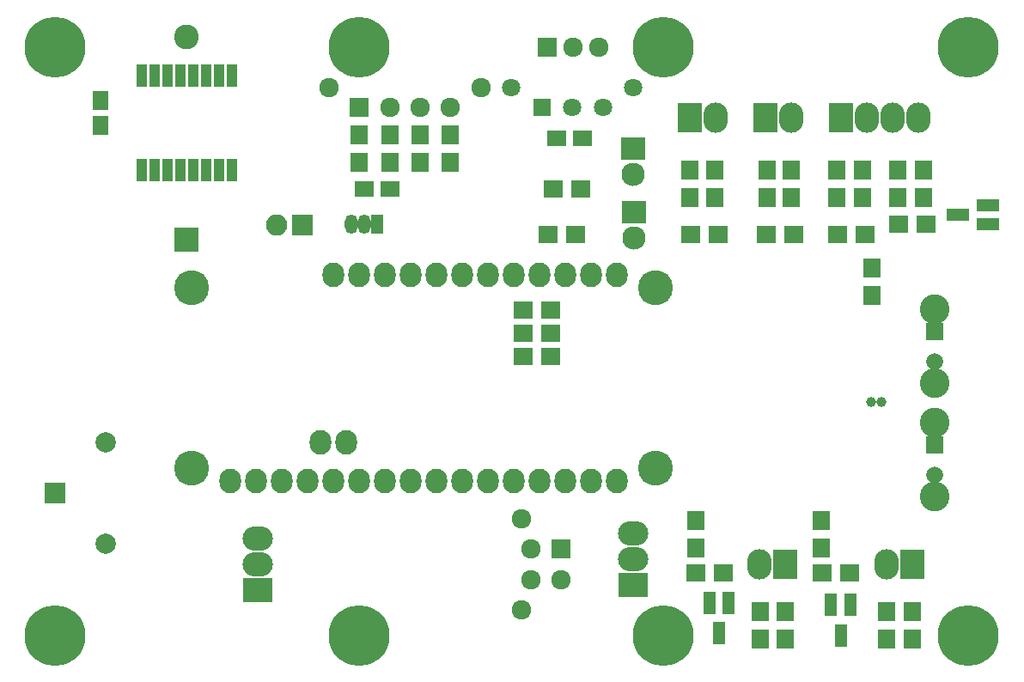
<source format=gbs>
G04 #@! TF.GenerationSoftware,KiCad,Pcbnew,no-vcs-found-01f5a12~58~ubuntu16.04.1*
G04 #@! TF.CreationDate,2017-04-25T17:38:21-04:00*
G04 #@! TF.ProjectId,noeud_senseur,6E6F6575645F73656E736575722E6B69,rev?*
G04 #@! TF.FileFunction,Soldermask,Bot*
G04 #@! TF.FilePolarity,Negative*
%FSLAX46Y46*%
G04 Gerber Fmt 4.6, Leading zero omitted, Abs format (unit mm)*
G04 Created by KiCad (PCBNEW no-vcs-found-01f5a12~58~ubuntu16.04.1) date Tue Apr 25 17:38:21 2017*
%MOMM*%
%LPD*%
G01*
G04 APERTURE LIST*
%ADD10C,0.100000*%
%ADD11C,6.000000*%
%ADD12R,1.200000X2.300000*%
%ADD13C,1.924000*%
%ADD14R,1.924000X1.924000*%
%ADD15C,1.797000*%
%ADD16R,1.797000X1.797000*%
%ADD17C,2.940000*%
%ADD18R,1.670000X1.670000*%
%ADD19C,1.670000*%
%ADD20R,2.000000X2.000000*%
%ADD21C,2.000000*%
%ADD22R,1.700000X1.900000*%
%ADD23R,1.900000X1.700000*%
%ADD24R,1.650000X1.900000*%
%ADD25R,2.400000X2.300000*%
%ADD26C,2.300000*%
%ADD27C,1.000000*%
%ADD28R,1.300000X1.900000*%
%ADD29O,1.300000X1.900000*%
%ADD30R,2.100000X2.100000*%
%ADD31O,2.100000X2.100000*%
%ADD32O,2.127200X2.432000*%
%ADD33C,3.448000*%
%ADD34C,2.432000*%
%ADD35R,2.432000X2.432000*%
%ADD36O,2.400000X3.000000*%
%ADD37R,2.400000X3.000000*%
%ADD38R,1.920000X1.920000*%
%ADD39C,1.920000*%
%ADD40R,3.000000X2.400000*%
%ADD41O,3.000000X2.400000*%
%ADD42R,2.300000X1.200000*%
%ADD43R,1.900000X1.650000*%
%ADD44R,1.000000X2.200000*%
G04 APERTURE END LIST*
D10*
D11*
X185000000Y-76000000D03*
X155000000Y-76000000D03*
X125000000Y-76000000D03*
X95000000Y-76000000D03*
X185000000Y-134000000D03*
X155000000Y-134000000D03*
X125000000Y-134000000D03*
X95000000Y-134000000D03*
D12*
X159497000Y-130805000D03*
X161397000Y-130805000D03*
X160447000Y-133805000D03*
D13*
X136991600Y-80044200D03*
X122005600Y-80044200D03*
X133994400Y-82000000D03*
X130997200Y-82000000D03*
X128000000Y-82000000D03*
D14*
X125002800Y-82000000D03*
D15*
X140005600Y-80044200D03*
X151994400Y-80044200D03*
X148997200Y-82000000D03*
X146000000Y-82000000D03*
D16*
X143002800Y-82000000D03*
D17*
X181681399Y-109152900D03*
X181681399Y-101863101D03*
D18*
X181681399Y-104022101D03*
D19*
X181681399Y-107019301D03*
D17*
X181681399Y-120328900D03*
X181681399Y-113039101D03*
D18*
X181681399Y-115198101D03*
D19*
X181681399Y-118195301D03*
D13*
X141904999Y-128498600D03*
X141904999Y-125501400D03*
D14*
X144902199Y-125501400D03*
D13*
X144902199Y-128498600D03*
X140965199Y-122504200D03*
X140965199Y-131495800D03*
D20*
X95000000Y-120000000D03*
D21*
X100000000Y-125000000D03*
X100000000Y-115000000D03*
D22*
X170500000Y-125400000D03*
X170500000Y-122700000D03*
D23*
X143890000Y-101952000D03*
X141190000Y-101952000D03*
D24*
X99500000Y-83750000D03*
X99500000Y-81250000D03*
D25*
X152065000Y-92300000D03*
D26*
X152065000Y-94840000D03*
X152000000Y-88540000D03*
D25*
X152000000Y-86000000D03*
D27*
X176449000Y-110969000D03*
X175449000Y-110969000D03*
D22*
X172080000Y-90850000D03*
X172080000Y-88150000D03*
X174580000Y-88150000D03*
X174580000Y-90850000D03*
X157580000Y-88150000D03*
X157580000Y-90850000D03*
X160080000Y-90850000D03*
X160080000Y-88150000D03*
X167000000Y-131650000D03*
X167000000Y-134350000D03*
X164500000Y-134350000D03*
X164500000Y-131650000D03*
X179500000Y-131650000D03*
X179500000Y-134350000D03*
X177000000Y-134350000D03*
X177000000Y-131650000D03*
X165216000Y-90850000D03*
X165216000Y-88150000D03*
X167580000Y-88150000D03*
X167580000Y-90850000D03*
X178080000Y-90850000D03*
X178080000Y-88150000D03*
X180580000Y-88150000D03*
X180580000Y-90850000D03*
X125000000Y-84650000D03*
X125000000Y-87350000D03*
X128000000Y-87350000D03*
X128000000Y-84650000D03*
X131000000Y-87350000D03*
X131000000Y-84650000D03*
X134000000Y-87350000D03*
X134000000Y-84650000D03*
D28*
X126770000Y-93500000D03*
D29*
X124230000Y-93500000D03*
X125500000Y-93500000D03*
D23*
X143650000Y-94500000D03*
X146350000Y-94500000D03*
X144150000Y-90000000D03*
X146850000Y-90000000D03*
X141190000Y-104238000D03*
X143890000Y-104238000D03*
X141190000Y-106524000D03*
X143890000Y-106524000D03*
X160350000Y-94500000D03*
X157650000Y-94500000D03*
X174850000Y-94500000D03*
X172150000Y-94500000D03*
D22*
X158161000Y-125400000D03*
X158161000Y-122700000D03*
D23*
X158208000Y-127860000D03*
X160908000Y-127860000D03*
X170654000Y-127860000D03*
X173354000Y-127860000D03*
X165150000Y-94500000D03*
X167850000Y-94500000D03*
D22*
X175560000Y-100508000D03*
X175560000Y-97808000D03*
D30*
X119426000Y-93570000D03*
D31*
X116886000Y-93570000D03*
D32*
X123738000Y-115020000D03*
X121198000Y-115020000D03*
X125000000Y-98500000D03*
X127540000Y-98500000D03*
X130080000Y-98500000D03*
X132620000Y-98500000D03*
X135160000Y-98500000D03*
X137700000Y-98500000D03*
X140240000Y-98500000D03*
X142780000Y-98500000D03*
X145320000Y-98500000D03*
X147860000Y-98500000D03*
X150400000Y-98500000D03*
X150400000Y-118820000D03*
X147860000Y-118820000D03*
X145320000Y-118820000D03*
X142780000Y-118820000D03*
X140240000Y-118820000D03*
X137700000Y-118820000D03*
X135160000Y-118820000D03*
X132620000Y-118820000D03*
X130080000Y-118820000D03*
X127540000Y-118820000D03*
X125000000Y-118820000D03*
X122460000Y-118820000D03*
X122460000Y-98500000D03*
X119920000Y-118820000D03*
X117380000Y-118820000D03*
X114840000Y-118820000D03*
X112300000Y-118820000D03*
D33*
X154210000Y-99770000D03*
X154210000Y-117550000D03*
X108490000Y-117550000D03*
X108490000Y-99770000D03*
D34*
X108000000Y-75000000D03*
D35*
X108000000Y-95000000D03*
D36*
X160120000Y-83000000D03*
D37*
X157580000Y-83000000D03*
X167000000Y-127000000D03*
D36*
X164460000Y-127000000D03*
D37*
X179500000Y-127000000D03*
D36*
X176960000Y-127000000D03*
D37*
X165040000Y-83000000D03*
D36*
X167580000Y-83000000D03*
D38*
X143500000Y-76000000D03*
D39*
X148580000Y-76000000D03*
X146040000Y-76000000D03*
D23*
X178150000Y-93500000D03*
X180850000Y-93500000D03*
D36*
X180120000Y-83000000D03*
X177580000Y-83000000D03*
X175040000Y-83000000D03*
D37*
X172500000Y-83000000D03*
D40*
X115000000Y-129500000D03*
D41*
X115000000Y-126960000D03*
X115000000Y-124420000D03*
D12*
X172450000Y-134000000D03*
X173400000Y-131000000D03*
X171500000Y-131000000D03*
D41*
X152000000Y-123960000D03*
X152000000Y-126500000D03*
D40*
X152000000Y-129040000D03*
D42*
X183966000Y-92554000D03*
X186966000Y-93504000D03*
X186966000Y-91604000D03*
D43*
X125500000Y-90000000D03*
X128000000Y-90000000D03*
X144500000Y-85000000D03*
X147000000Y-85000000D03*
D44*
X103555000Y-88150000D03*
X104825000Y-88150000D03*
X106095000Y-88150000D03*
X107365000Y-88150000D03*
X108635000Y-88150000D03*
X109905000Y-88150000D03*
X111175000Y-88150000D03*
X112445000Y-88150000D03*
X112445000Y-78850000D03*
X111175000Y-78850000D03*
X109905000Y-78850000D03*
X108635000Y-78850000D03*
X107365000Y-78850000D03*
X106095000Y-78850000D03*
X104825000Y-78850000D03*
X103555000Y-78850000D03*
M02*

</source>
